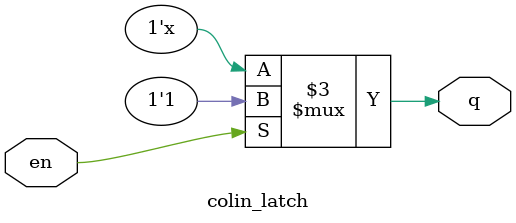
<source format=v>
module colin_latch (         
    input en,       
    output reg q
);   

   initial begin 
       q = 0;
   end
   always @ (en) begin
      if (en)
         q <= 1;
    end
endmodule
</source>
